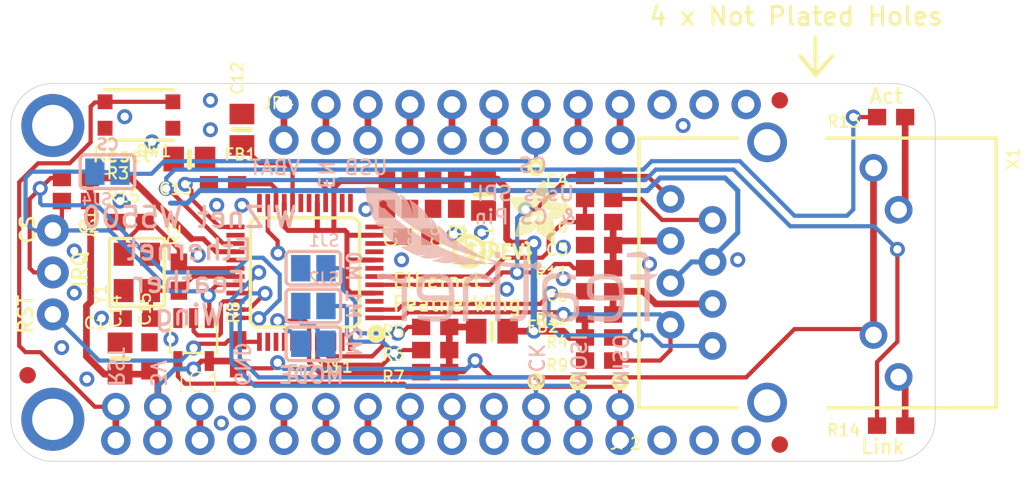
<source format=kicad_pcb>
(kicad_pcb (version 20241229) (generator "pcbnew") (generator_version "9.0")
  (layers (0 "F.Cu" signal) (2 "B.Cu" signal) (13 "F.Paste" user) (15 "B.Paste" user) (5 "F.SilkS" user "F.Silkscreen") (7 "B.SilkS" user "B.Silkscreen") (1 "F.Mask" user) (3 "B.Mask" user) (25 "Edge.Cuts" user))
  (net 0 "")
  (net 1 "N$1")
  (net 2 "GND")
  (net 3 "N$2")
  (net 4 "N$3")
  (net 5 "AGND")
  (net 6 "CS")
  (net 7 "IRQ")
  (net 8 "MOSI")
  (net 9 "MISO")
  (net 10 "SCK")
  (net 11 "3.3V")
  (net 12 "N$4")
  (net 13 "N$5")
  (net 14 "N$6")
  (net 15 "RESET")
  (net 16 "AVDD")
  (net 17 "TX-")
  (net 18 "TX+")
  (net 19 "RX-")
  (net 20 "RX+")
  (net 21 "N$7")
  (net 22 "N$8")
  (net 23 "N$9")
  (net 24 "N$10")
  (net 25 "N$11")
  (net 26 "N$12")
  (net 27 "MISO_MCU")
  (net 28 "GREENLED")
  (net 29 "YELLOWLED")
  (net 30 "N$13")
  (net 31 "N$14")
  (net 32 "VBAT")
  (net 33 "N$15")
  (net 34 "USB")
  (net 35 "N$16")
  (net 36 "N$17")
  (net 37 "N$18")
  (net 38 "N$19")
  (net 39 "N$20")
  (net 40 "N$21")
  (net 41 "N$28")
  (net 42 "N$29")
  (net 43 "N$30")
  (net 44 "N$31")
  (net 45 "N$32")
  (net 46 "N$33")
  (net 47 "N$34")
  (net 48 "N$22")
  (footprint "Adafruit Ethernet FeatherWing:0603-NO" (layer "F.Cu") (at 134.3025 109.9566 90)
    (property "Reference" "R8")
    (property "Value" "10K")
  )
  (footprint "Adafruit Ethernet FeatherWing:1X13_ROUND_70" (layer "F.Cu") (at 142.1511 113.1316 180)
    (property "Reference" "JP2")
    (property "Value" "")
  )
  (footprint "Adafruit Ethernet FeatherWing:PCBFEAT-REV-040" (layer "F.Cu") (at 148.2471 103.7336)
    (property "Reference" "U$45" (hide yes))
    (property "Value" "" (hide yes))
  )
  (footprint "Adafruit Ethernet FeatherWing:0603-NO" (layer "F.Cu") (at 145.0721 102.8446)
    (property "Reference" "R1")
    (property "Value" "12.4K")
  )
  (footprint "Adafruit Ethernet FeatherWing:FIDUCIAL_1MM" (layer "F.Cu") (at 121.5771 111.2266)
    (property "Reference" "FID2" (hide yes))
    (property "Value" "FIDUCIAL\"\"" (hide yes))
  )
  (footprint "Adafruit Ethernet FeatherWing:FIDUCIAL_1MM" (layer "F.Cu") (at 167.0431 115.4176)
    (property "Reference" "FID1" (hide yes))
    (property "Value" "FIDUCIAL\"\"" (hide yes))
  )
  (footprint "Adafruit Ethernet FeatherWing:BTN_KMR2_4.6X2.8" (layer "F.Cu") (at 128.3081 95.4786 180)
    (property "Reference" "SW1")
    (property "Value" "KMR2")
  )
  (footprint "Adafruit Ethernet FeatherWing:0603-NO" (layer "F.Cu") (at 124.4981 100.6856)
    (property "Reference" "R15")
    (property "Value" "10K")
  )
  (footprint "Adafruit Ethernet FeatherWing:0603-NO" (layer "F.Cu") (at 128.9431 110.0836 90)
    (property "Reference" "C15")
    (property "Value" "0.1uF")
  )
  (footprint "Adafruit Ethernet FeatherWing:0603-NO" (layer "F.Cu") (at 156.1211 108.9406 180)
    (property "Reference" "R4")
    (property "Value" "49.9")
  )
  (footprint "Adafruit Ethernet FeatherWing:RJ45_PULSEJACK" (layer "F.Cu") (at 169.3291 105.0036 -90)
    (property "Reference" "X1")
    (property "Value" "RB1-125BAG1A")
  )
  (footprint "Adafruit Ethernet FeatherWing:0603-NO" (layer "F.Cu") (at 156.1211 106.1466 180)
    (property "Reference" "C6")
    (property "Value" "10nF")
  )
  (footprint "Adafruit Ethernet FeatherWing:0603-NO" (layer "F.Cu") (at 124.4981 99.2886)
    (property "Reference" "R3")
    (property "Value" "10K")
  )
  (footprint "Adafruit Ethernet FeatherWing:0603-NO" (layer "F.Cu") (at 156.1211 110.3376 180)
    (property "Reference" "R9")
    (property "Value" "49.9")
  )
  (footprint "Adafruit Ethernet FeatherWing:0805-NO" (layer "F.Cu") (at 149.1361 100.3046 -90)
    (property "Reference" "C11")
    (property "Value" "10uF")
  )
  (footprint "Adafruit Ethernet FeatherWing:0603-NO" (layer "F.Cu") (at 156.1211 107.5436 180)
    (property "Reference" "R12")
    (property "Value" "10")
  )
  (footprint "Adafruit Ethernet FeatherWing:0603-NO" (layer "F.Cu") (at 130.7211 105.2576 90)
    (property "Reference" "R2")
    (property "Value" "1M")
  )
  (footprint "Adafruit Ethernet FeatherWing:0603-NO" (layer "F.Cu") (at 173.7741 95.6056 180)
    (property "Reference" "R13")
    (property "Value" "470")
  )
  (footprint "Adafruit Ethernet FeatherWing:SOT23-5L" (layer "F.Cu") (at 131.6101 109.0676 180)
    (property "Reference" "IC1")
    (property "Value" "74AHC1G125")
  )
  (footprint "Adafruit Ethernet FeatherWing:0603-NO" (layer "F.Cu") (at 147.4851 100.3046 -90)
    (property "Reference" "C10")
    (property "Value" "0.1uF")
  )
  (footprint "Adafruit Ethernet FeatherWing:1X09_ROUND_70" (layer "F.Cu") (at 147.2311 97.0026)
    (property "Reference" "JP4")
    (property "Value" "")
  )
  (footprint "Adafruit Ethernet FeatherWing:0603-NO" (layer "F.Cu") (at 143.2941 100.3046 -90)
    (property "Reference" "C7")
    (property "Value" "0.1uF")
  )
  (footprint "Adafruit Ethernet FeatherWing:0805-NO" (layer "F.Cu") (at 127.1651 110.2106 90)
    (property "Reference" "C14")
    (property "Value" "10uF")
  )
  (footprint "Adafruit Ethernet FeatherWing:0603-NO" (layer "F.Cu") (at 156.1211 100.5586 180)
    (property "Reference" "C3")
    (property "Value" "6.8nF")
  )
  (footprint "Adafruit Ethernet FeatherWing:0603-NO" (layer "F.Cu") (at 146.2151 109.7026 180)
    (property "Reference" "R6")
    (property "Value" "10K")
  )
  (footprint "Adafruit Ethernet FeatherWing:0603-NO" (layer "F.Cu") (at 127.8001 101.9556 180)
    (property "Reference" "C2")
    (property "Value" "22pF")
  )
  (footprint "Adafruit Ethernet FeatherWing:0603-NO" (layer "F.Cu") (at 133.3881 99.6696 180)
    (property "Reference" "C13")
    (property "Value" "0.1uF")
  )
  (footprint "Adafruit Ethernet FeatherWing:FIDUCIAL_1MM" (layer "F.Cu") (at 167.0431 94.5896)
    (property "Reference" "FID3" (hide yes))
    (property "Value" "FIDUCIAL\"\"" (hide yes))
  )
  (footprint "Adafruit Ethernet FeatherWing:0603-NO" (layer "F.Cu") (at 173.7741 114.2746 180)
    (property "Reference" "R14")
    (property "Value" "470")
  )
  (footprint "Adafruit Ethernet FeatherWing:0603-NO" (layer "F.Cu") (at 156.1211 99.1616 180)
    (property "Reference" "C4")
    (property "Value" "6.8nF")
  )
  (footprint "Adafruit Ethernet FeatherWing:0603-NO" (layer "F.Cu") (at 156.1211 104.7496 180)
    (property "Reference" "R11")
    (property "Value" "49.9")
  )
  (footprint "Adafruit Ethernet FeatherWing:0603-NO" (layer "F.Cu") (at 128.1811 107.7976 180)
    (property "Reference" "C1")
    (property "Value" "22pF")
  )
  (footprint "Adafruit Ethernet FeatherWing:LQFP48" (layer "F.Cu") (at 138.3411 105.0036 180)
    (property "Reference" "U$1")
    (property "Value" "W5500")
  )
  (footprint "Adafruit Ethernet FeatherWing:0603-NO" (layer "F.Cu") (at 146.2151 111.0361 180)
    (property "Reference" "R7")
    (property "Value" "10K")
  )
  (footprint "Adafruit Ethernet FeatherWing:0805-NO" (layer "F.Cu") (at 149.6441 108.5596)
    (property "Reference" "FB2")
    (property "Value" "ferrite")
  )
  (footprint "Adafruit Ethernet FeatherWing:0603-NO" (layer "F.Cu") (at 146.2151 108.3056 180)
    (property "Reference" "R5")
    (property "Value" "10K")
  )
  (footprint "Adafruit Ethernet FeatherWing:0603-NO" (layer "F.Cu") (at 156.1211 103.3526 180)
    (property "Reference" "C5")
    (property "Value" "10nF")
  )
  (footprint "Adafruit Ethernet FeatherWing:0603-NO" (layer "F.Cu") (at 144.6911 100.3046 -90)
    (property "Reference" "C8")
    (property "Value" "0.1uF")
  )
  (footprint "Adafruit Ethernet FeatherWing:0603-NO" (layer "F.Cu") (at 146.0881 100.3046 -90)
    (property "Reference" "C9")
    (property "Value" "0.1uF")
  )
  (footprint "Adafruit Ethernet FeatherWing:ADAFRUIT_3.5MM" (layer "F.Cu") (at 150.6601 103.2256)
    (property "Reference" "U$49" (hide yes))
    (property "Value" "" (hide yes))
  )
  (footprint "Adafruit Ethernet FeatherWing:0805-NO" (layer "F.Cu") (at 131.3561 98.1456)
    (property "Reference" "FB1")
    (property "Value" "ferrite")
  )
  (footprint "Adafruit Ethernet FeatherWing:0603-NO" (layer "F.Cu") (at 156.1211 101.9556 180)
    (property "Reference" "R10")
    (property "Value" "49.9")
  )
  (footprint "Adafruit Ethernet FeatherWing:1X03_ROUND_76" (layer "F.Cu") (at 123.1011 105.0036 -90)
    (property "Reference" "JP1")
    (property "Value" "")
  )
  (footprint "Adafruit Ethernet FeatherWing:0805-NO" (layer "F.Cu") (at 134.5311 96.3676 90)
    (property "Reference" "C12")
    (property "Value" "10uF")
  )
  (footprint "Adafruit Ethernet FeatherWing:CRYSTAL_3.2X2.5" (layer "F.Cu") (at 128.1811 105.0036 90)
    (property "Reference" "Y1")
    (property "Value" "25MHz")
  )
  (footprint "Adafruit Ethernet FeatherWing:FEATHERWING_NODIM" (layer "F.Cu") (at 120.5611 116.4336)
    (property "Reference" "MS1" (hide yes))
    (property "Value" "FEATHERWING_NODIM" (hide yes))
  )
  (footprint "Adafruit Ethernet FeatherWing:SOLDERJUMPER_REFLOW_NOPASTE" (layer "B.Cu") (at 138.8491 104.7496 180)
    (property "Reference" "SJ1")
    (property "Value" "")
  )
  (footprint "Adafruit Ethernet FeatherWing:FEATHERLOGO_MED" (layer "B.Cu") (at 159.8041 108.0516 180)
    (property "Reference" "U$48" (hide yes))
    (property "Value" "" (hide yes))
  )
  (footprint "Adafruit Ethernet FeatherWing:SOLDERJUMPER_REFLOW_NOPASTE" (layer "B.Cu") (at 138.8491 107.0356 180)
    (property "Reference" "SJ2")
    (property "Value" "")
  )
  (footprint "Adafruit Ethernet FeatherWing:SOLDERJUMPER_REFLOW_NOPASTE" (layer "B.Cu") (at 138.8491 109.3216)
    (property "Reference" "SJ3")
    (property "Value" "")
  )
  (footprint "Adafruit Ethernet FeatherWing:SOLDERJUMPER_CLOSEDWIRE" (layer "B.Cu") (at 126.4031 98.9076)
    (property "Reference" "SJ4")
    (property "Value" "")
  )
  (gr_line (start 169.2021 90.7796) (end 169.2021 92.9386) (stroke (width 0.254)) (layer "F.SilkS"))
  (gr_circle (center 152.3111 98.6536) (end 152.6921 98.6536) (stroke (width 0.3048)) (fill no) (layer "F.SilkS"))
  (gr_circle (center 152.3111 111.6076) (end 152.6921 111.6076) (stroke (width 0.3048)) (fill no) (layer "F.SilkS"))
  (gr_circle (center 157.3911 111.6076) (end 157.7721 111.6076) (stroke (width 0.3048)) (fill no) (layer "F.SilkS"))
  (gr_line (start 169.2021 93.0656) (end 168.3131 91.9226) (stroke (width 0.254)) (layer "F.SilkS"))
  (gr_circle (center 154.8511 111.6076) (end 155.2321 111.6076) (stroke (width 0.3048)) (fill no) (layer "F.SilkS"))
  (gr_line (start 169.2021 93.0656) (end 170.2181 91.9226) (stroke (width 0.254)) (layer "F.SilkS"))
  (gr_line (start 176.4411 113.8936) (end 176.4411 96.1136) (stroke (width 0.05)) (layer "Edge.Cuts"))
  (gr_arc (start 123.1011 116.4336) (mid 121.305049 115.689651) (end 120.5611 113.8936) (stroke (width 0.05)) (layer "Edge.Cuts"))
  (gr_line (start 120.5611 96.1136) (end 120.5611 113.8936) (stroke (width 0.05)) (layer "Edge.Cuts"))
  (gr_arc (start 176.4411 113.8936) (mid 175.697151 115.689651) (end 173.9011 116.4336) (stroke (width 0.05)) (layer "Edge.Cuts"))
  (gr_line (start 173.9011 93.5736) (end 123.1011 93.5736) (stroke (width 0.05)) (layer "Edge.Cuts"))
  (gr_arc (start 120.5611 96.1136) (mid 121.305049 94.317549) (end 123.1011 93.5736) (stroke (width 0.05)) (layer "Edge.Cuts"))
  (gr_line (start 123.1011 116.4336) (end 173.9011 116.4336) (stroke (width 0.05)) (layer "Edge.Cuts"))
  (gr_arc (start 173.9011 93.5736) (mid 175.697151 94.317549) (end 176.4411 96.1136) (stroke (width 0.05)) (layer "Edge.Cuts"))
  (gr_text "4 x Not Plated Holes" (at 159.0421 90.1446 0) (layer "F.SilkS") (effects (font (size 1.0922 1.0922) (thickness 0.1778)) (justify left bottom)))
  (gr_text "Link" (at 171.8691 116.0526 0) (layer "F.SilkS") (effects (font (size 0.87376 0.87376) (thickness 0.14224)) (justify left bottom)))
  (gr_text "Reset" (at 125.3871 97.8916 0) (layer "F.SilkS") (effects (font (size 0.8636 0.8636) (thickness 0.1524)) (justify left)))
  (gr_text "Ethernet\nFeatherWing" (at 143.5481 107.4166 0) (layer "F.SilkS") (effects (font (size 0.8636 0.8636) (thickness 0.1524)) (justify left bottom)))
  (gr_text "IRQ" (at 124.7521 106.0196 90) (layer "F.SilkS") (effects (font (size 0.8636 0.8636) (thickness 0.1524)) (justify left)))
  (gr_text "CS" (at 121.5771 103.3526 90) (layer "F.SilkS") (effects (font (size 0.8636 0.8636) (thickness 0.1524)) (justify left)))
  (gr_text "Act" (at 172.3771 94.8436 0) (layer "F.SilkS") (effects (font (size 0.87376 0.87376) (thickness 0.14224)) (justify left bottom)))
  (gr_text "RST" (at 121.4501 108.8136 90) (layer "F.SilkS") (effects (font (size 0.8636 0.8636) (thickness 0.1524)) (justify left)))
  (gr_text "M1" (at 141.2621 106.9086 -90) (layer "B.SilkS") (effects (font (size 0.85344 0.85344) (thickness 0.16256)) (justify mirror)))
  (gr_text "CS" (at 127.1651 97.2566 -0) (layer "B.SilkS") (effects (font (size 0.674624 0.674624) (thickness 0.138176)) (justify left mirror)))
  (gr_text "USB" (at 140.6271 98.6536 0) (layer "B.SilkS") (effects (font (size 0.87376 0.87376) (thickness 0.14224)) (justify right mirror)))
  (gr_text "RST" (at 126.9111 111.9886 -90) (layer "B.SilkS") (effects (font (size 0.87376 0.87376) (thickness 0.14224)) (justify left mirror)))
  (gr_text "MOSI" (at 154.8511 111.9886 -90) (layer "B.SilkS") (effects (font (size 0.87376 0.87376) (thickness 0.14224)) (justify left mirror)))
  (gr_text "GND" (at 134.5311 111.9886 -90) (layer "B.SilkS") (effects (font (size 0.87376 0.87376) (thickness 0.14224)) (justify left mirror)))
  (gr_text "Uses SPI\n& CS Pin" (at 151.6761 100.9396 -0) (layer "B.SilkS") (effects (font (size 0.87376 0.87376) (thickness 0.14224)) (justify mirror)))
  (gr_text "WIZnet W5500\nEthernet\nFeather\nWing" (at 131.3561 104.6226 -0) (layer "B.SilkS") (effects (font (size 1.223264 1.223264) (thickness 0.199136)) (justify mirror)))
  (gr_text "VBAT" (at 134.9121 98.6536 0) (layer "B.SilkS") (effects (font (size 0.87376 0.87376) (thickness 0.14224)) (justify right mirror)))
  (gr_text "3V" (at 129.4511 111.9886 -90) (layer "B.SilkS") (effects (font (size 0.87376 0.87376) (thickness 0.14224)) (justify left mirror)))
  (gr_text "EN" (at 139.6111 98.1456 -90) (layer "B.SilkS") (effects (font (size 0.87376 0.87376) (thickness 0.14224)) (justify right mirror)))
  (gr_text "MISO" (at 157.3911 111.9886 -90) (layer "B.SilkS") (effects (font (size 0.87376 0.87376) (thickness 0.14224)) (justify left mirror)))
  (gr_text "MODE" (at 138.7221 111.2266 0) (layer "B.SilkS") (effects (font (size 0.96012 0.96012) (thickness 0.18288)) (justify mirror)))
  (gr_text "M0" (at 141.2621 104.6226 -90) (layer "B.SilkS") (effects (font (size 0.85344 0.85344) (thickness 0.16256)) (justify mirror)))
  (gr_text "CS" (at 151.1681 98.5266 0) (layer "B.SilkS") (effects (font (size 0.87376 0.87376) (thickness 0.14224)) (justify right mirror)))
  (gr_text "SCK" (at 152.3111 111.9886 -90) (layer "B.SilkS") (effects (font (size 0.87376 0.87376) (thickness 0.14224)) (justify left mirror)))
  (gr_text "M2" (at 141.2621 109.1946 -90) (layer "B.SilkS") (effects (font (size 0.85344 0.85344) (thickness 0.16256)) (justify mirror)))
  (segment (start 128.9811 106.2356) (end 129.1091 106.1076) (width 0.254) (layer "F.Cu") (net 1))
  (segment (start 129.0311 107.7976) (end 129.0311 106.1536) (width 0.254) (layer "F.Cu") (net 1))
  (segment (start 129.0311 106.1536) (end 128.9811 106.1036) (width 0.254) (layer "F.Cu") (net 1))
  (segment (start 128.9811 106.1036) (end 128.9811 106.2356) (width 0.254) (layer "F.Cu") (net 1))
  (segment (start 130.7211 106.1076) (end 129.1091 106.1076) (width 0.254) (layer "F.Cu") (net 1))
  (segment (start 134.1411 105.2536) (end 131.5751 105.2536) (width 0.254) (layer "F.Cu") (net 1))
  (segment (start 131.5751 105.2536) (end 130.7211 106.1076) (width 0.254) (layer "F.Cu") (net 1))
  (segment (start 136.0911 100.8036) (end 136.0911 102.4996) (width 0.254) (layer "F.Cu") (net 2))
  (segment (start 136.0911 102.4996) (end 136.6901 103.0986) (width 0.254) (layer "F.Cu") (net 2))
  (segment (start 136.6901 103.0986) (end 136.6901 103.8098) (width 0.254) (layer "F.Cu") (net 2))
  (segment (start 136.6901 103.8098) (end 136.7155 103.8352) (width 0.254) (layer "F.Cu") (net 2))
  (via (at 133.2865 114.1222) (size 0.9064) (drill 0.5) (layers "F.Cu" "B.Cu") (net 2))
  (via (at 129.0955 97.1042) (size 0.9064) (drill 0.5) (layers "F.Cu" "B.Cu") (net 2))
  (via (at 130.2385 109.0422) (size 0.9064) (drill 0.5) (layers "F.Cu" "B.Cu") (net 2))
  (via (at 125.1585 111.4552) (size 0.9064) (drill 0.5) (layers "F.Cu" "B.Cu") (net 2))
  (via (at 127.4445 95.5802) (size 0.9064) (drill 0.5) (layers "F.Cu" "B.Cu") (net 2))
  (via (at 123.6345 109.5502) (size 0.9064) (drill 0.5) (layers "F.Cu" "B.Cu") (net 2))
  (via (at 136.7155 103.8352) (size 0.9064) (drill 0.5) (layers "F.Cu" "B.Cu") (net 2))
  (via (at 131.8895 103.9622) (size 0.9064) (drill 0.5) (layers "F.Cu" "B.Cu") (net 2))
  (via (at 127.1651 100.6856) (size 0.9064) (drill 0.5) (layers "F.Cu" "B.Cu") (net 2))
  (via (at 124.3965 103.7082) (size 0.9064) (drill 0.5) (layers "F.Cu" "B.Cu") (net 2))
  (via (at 126.0475 107.7722) (size 0.9064) (drill 0.5) (layers "F.Cu" "B.Cu") (net 2))
  (via (at 124.3965 106.2482) (size 0.9064) (drill 0.5) (layers "F.Cu" "B.Cu") (net 2))
  (segment (start 139.1031 108.4326) (end 139.1031 108.8136) (width 0.254) (layer "B.Cu") (net 2))
  (segment (start 162.9791 104.3686) (end 161.7091 104.3686) (width 0.3048) (layer "B.Cu") (net 2))
  (segment (start 161.7091 104.3686) (end 160.4391 105.6386) (width 0.3048) (layer "B.Cu") (net 2))
  (segment (start 162.9791 104.1146) (end 164.5031 102.5906) (width 0.3048) (layer "B.Cu") (net 2))
  (segment (start 138.8491 108.1786) (end 139.1031 108.4326) (width 0.254) (layer "B.Cu") (net 2))
  (segment (start 163.7411 99.2886) (end 159.8041 99.2886) (width 0.3048) (layer "B.Cu") (net 2))
  (segment (start 138.8491 108.1786) (end 138.2141 108.1786) (width 0.254) (layer "B.Cu") (net 2))
  (segment (start 164.5031 100.0506) (end 163.7411 99.2886) (width 0.3048) (layer "B.Cu") (net 2))
  (segment (start 162.9791 104.3686) (end 162.9791 104.1146) (width 0.3048) (layer "B.Cu") (net 2))
  (segment (start 131.2291 100.8126) (end 130.2131 100.8126) (width 0.3048) (layer "B.Cu") (net 2))
  (segment (start 138.0871 108.0516) (end 138.0871 107.0356) (width 0.254) (layer "B.Cu") (net 2))
  (segment (start 131.9911 100.0506) (end 131.2291 100.8126) (width 0.3048) (layer "B.Cu") (net 2))
  (segment (start 138.2141 108.1786) (end 138.0871 108.0516) (width 0.254) (layer "B.Cu") (net 2))
  (segment (start 139.6111 109.3216) (end 139.6111 109.0676) (width 0.254) (layer "B.Cu") (net 2))
  (segment (start 127.5461 100.9396) (end 127.6731 100.8126) (width 0.3048) (layer "B.Cu") (net 2))
  (segment (start 139.1031 108.8136) (end 139.6111 109.3216) (width 0.254) (layer "B.Cu") (net 2))
  (segment (start 159.0421 100.0506) (end 131.9911 100.0506) (width 0.3048) (layer "B.Cu") (net 2))
  (segment (start 159.8041 99.2886) (end 159.0421 100.0506) (width 0.3048) (layer "B.Cu") (net 2))
  (segment (start 164.5031 102.5906) (end 164.5031 100.0506) (width 0.3048) (layer "B.Cu") (net 2))
  (segment (start 129.0701 101.9556) (end 128.6501 101.9556) (width 0.254) (layer "F.Cu") (net 3))
  (segment (start 131.0671 104.7536) (end 130.7211 104.4076) (width 0.254) (layer "F.Cu") (net 3))
  (segment (start 127.3811 103.0096) (end 127.5461 102.8446) (width 0.254) (layer "F.Cu") (net 3))
  (segment (start 130.7211 103.6066) (end 129.0701 101.9556) (width 0.254) (layer "F.Cu") (net 3))
  (segment (start 127.7611 102.8446) (end 128.6501 101.9556) (width 0.254) (layer "F.Cu") (net 3))
  (segment (start 127.3811 103.9036) (end 127.3811 103.0096) (width 0.254) (layer "F.Cu") (net 3))
  (segment (start 127.5461 102.8446) (end 127.7611 102.8446) (width 0.254) (layer "F.Cu") (net 3))
  (segment (start 134.1411 104.7536) (end 131.0671 104.7536) (width 0.254) (layer "F.Cu") (net 3))
  (segment (start 130.7211 104.4076) (end 130.7211 103.6066) (width 0.254) (layer "F.Cu") (net 3))
  (segment (start 142.5411 103.2536) (end 143.8131 103.2536) (width 0.254) (layer "F.Cu") (net 4))
  (segment (start 143.8131 103.2536) (end 144.2221 102.8446) (width 0.254) (layer "F.Cu") (net 4))
  (segment (start 139.5911 100.8036) (end 139.5911 99.9036) (width 0.254) (layer "F.Cu") (net 5))
  (segment (start 139.5911 99.9036) (end 139.2301 99.5426) (width 0.254) (layer "F.Cu") (net 5))
  (via (at 147.3581 102.7176) (size 0.9064) (drill 0.5) (layers "F.Cu" "B.Cu") (net 5))
  (via (at 132.6261 96.3676) (size 0.9064) (drill 0.5) (layers "F.Cu" "B.Cu") (net 5))
  (via (at 161.2011 96.1136) (size 0.9064) (drill 0.5) (layers "F.Cu" "B.Cu") (net 5))
  (via (at 144.1831 104.2416) (size 0.9064) (drill 0.5) (layers "F.Cu" "B.Cu") (net 5))
  (via (at 153.9621 105.3846) (size 0.9064) (drill 0.5) (layers "F.Cu" "B.Cu") (net 5))
  (via (at 132.6261 94.5896) (size 0.9064) (drill 0.5) (layers "F.Cu" "B.Cu") (net 5))
  (via (at 134.5311 100.9396) (size 0.9064) (drill 0.5) (layers "F.Cu" "B.Cu") (net 5))
  (via (at 159.1691 104.4956) (size 0.9064) (drill 0.5) (layers "F.Cu" "B.Cu") (net 5))
  (via (at 149.0091 102.5906) (size 0.9064) (drill 0.5) (layers "F.Cu" "B.Cu") (net 5))
  (via (at 133.0071 100.9396) (size 0.9064) (drill 0.5) (layers "F.Cu" "B.Cu") (net 5))
  (via (at 150.5331 106.0196) (size 0.9064) (drill 0.5) (layers "F.Cu" "B.Cu") (net 5))
  (via (at 153.9621 103.4796) (size 0.9064) (drill 0.5) (layers "F.Cu" "B.Cu") (net 5))
  (via (at 142.0241 101.1936) (size 0.9064) (drill 0.5) (layers "F.Cu" "B.Cu") (net 5))
  (via (at 164.5031 104.2416) (size 0.9064) (drill 0.5) (layers "F.Cu" "B.Cu") (net 5))
  (segment (start 134.1411 105.7536) (end 133.0191 105.7536) (width 0.254) (layer "F.Cu") (net 6))
  (segment (start 123.6481 101.9166) (end 123.1011 102.4636) (width 0.254) (layer "F.Cu") (net 6))
  (segment (start 132.4991 106.2736) (end 132.4991 106.4006) (width 0.254) (layer "F.Cu") (net 6))
  (segment (start 123.6481 100.6856) (end 123.6481 101.9166) (width 0.254) (layer "F.Cu") (net 6))
  (segment (start 132.5601 106.4616) (end 132.4991 106.4006) (width 0.254) (layer "F.Cu") (net 6))
  (segment (start 133.0191 105.7536) (end 132.4991 106.2736) (width 0.254) (layer "F.Cu") (net 6))
  (segment (start 132.5601 107.7676) (end 132.5601 106.4616) (width 0.254) (layer "F.Cu") (net 6))
  (via (at 132.4991 106.4006) (size 0.9064) (drill 0.5) (layers "F.Cu" "B.Cu") (net 6))
  (segment (start 121.9581 102.4636) (end 123.1011 102.4636) (width 0.254) (layer "B.Cu") (net 6))
  (segment (start 121.4501 101.9556) (end 121.9581 102.4636) (width 0.254) (layer "B.Cu") (net 6))
  (segment (start 126.5301 102.4636) (end 130.2131 106.1466) (width 0.254) (layer "B.Cu") (net 6))
  (segment (start 125.6411 98.9076) (end 121.8311 98.9076) (width 0.254) (layer "B.Cu") (net 6))
  (segment (start 132.2451 106.1466) (end 132.4991 106.4006) (width 0.254) (layer "B.Cu") (net 6))
  (segment (start 130.2131 106.1466) (end 132.2451 106.1466) (width 0.254) (layer "B.Cu") (net 6))
  (segment (start 121.4501 99.2886) (end 121.4501 101.9556) (width 0.254) (layer "B.Cu") (net 6))
  (segment (start 123.1011 102.4636) (end 126.5301 102.4636) (width 0.254) (layer "B.Cu") (net 6))
  (segment (start 121.8311 98.9076) (end 121.4501 99.2886) (width 0.254) (layer "B.Cu") (net 6))
  (segment (start 135.5031 107.7536) (end 135.5471 107.7976) (width 0.254) (layer "F.Cu") (net 7))
  (segment (start 121.7041 104.7496) (end 121.7041 100.5586) (width 0.254) (layer "F.Cu") (net 7))
  (segment (start 134.1411 107.7536) (end 135.5031 107.7536) (width 0.254) (layer "F.Cu") (net 7))
  (segment (start 122.3391 99.9236) (end 122.5931 99.6696) (width 0.254) (layer "F.Cu") (net 7))
  (segment (start 123.1011 105.0036) (end 121.9581 105.0036) (width 0.254) (layer "F.Cu") (net 7))
  (segment (start 122.9741 99.2886) (end 122.3391 99.9236) (width 0.254) (layer "F.Cu") (net 7))
  (segment (start 121.9581 105.0036) (end 121.7041 104.7496) (width 0.254) (layer "F.Cu") (net 7))
  (segment (start 121.7041 100.5586) (end 122.3391 99.9236) (width 0.254) (layer "F.Cu") (net 7))
  (segment (start 123.6481 99.2886) (end 122.9741 99.2886) (width 0.254) (layer "F.Cu") (net 7))
  (via (at 122.3391 99.9236) (size 0.9064) (drill 0.5) (layers "F.Cu" "B.Cu") (net 7))
  (via (at 135.5471 107.7976) (size 0.9064) (drill 0.5) (layers "F.Cu" "B.Cu") (net 7))
  (segment (start 136.8171 106.6546) (end 136.8171 105.1306) (width 0.254) (layer "B.Cu") (net 7))
  (segment (start 134.9121 104.1146) (end 134.0231 105.0036) (width 0.254) (layer "B.Cu") (net 7))
  (segment (start 135.5471 107.7976) (end 135.6741 107.7976) (width 0.254) (layer "B.Cu") (net 7))
  (segment (start 125.7681 100.9396) (end 122.4661 100.9396) (width 0.254) (layer "B.Cu") (net 7))
  (segment (start 122.3391 100.8126) (end 122.3391 99.9236) (width 0.254) (layer "B.Cu") (net 7))
  (segment (start 136.8171 105.1306) (end 135.8011 104.1146) (width 0.254) (layer "B.Cu") (net 7))
  (segment (start 135.6741 107.7976) (end 136.8171 106.6546) (width 0.254) (layer "B.Cu") (net 7))
  (segment (start 135.8011 104.1146) (end 134.9121 104.1146) (width 0.254) (layer "B.Cu") (net 7))
  (segment (start 122.4661 100.9396) (end 122.3391 100.8126) (width 0.254) (layer "B.Cu") (net 7))
  (segment (start 129.8321 105.0036) (end 125.7681 100.9396) (width 0.254) (layer "B.Cu") (net 7))
  (segment (start 134.0231 105.0036) (end 129.8321 105.0036) (width 0.254) (layer "B.Cu") (net 7))
  (segment (start 154.8511 115.1636) (end 154.8511 113.1316) (width 0.4064) (layer "F.Cu") (net 8))
  (segment (start 134.1411 107.2536) (end 134.9481 107.2536) (width 0.254) (layer "F.Cu") (net 8))
  (segment (start 135.2931 106.9086) (end 135.9281 106.2736) (width 0.254) (layer "F.Cu") (net 8))
  (segment (start 134.9481 107.2536) (end 135.2931 106.9086) (width 0.254) (layer "F.Cu") (net 8))
  (via (at 135.9281 106.2736) (size 0.9064) (drill 0.5) (layers "F.Cu" "B.Cu") (net 8))
  (segment (start 154.8511 112.1156) (end 154.5971 111.8616) (width 0.254) (layer "B.Cu") (net 8))
  (segment (start 134.4041 106.9086) (end 134.6581 106.6546) (width 0.254) (layer "B.Cu") (net 8))
  (segment (start 152.8191 111.8616) (end 152.3111 111.3536) (width 0.254) (layer "B.Cu") (net 8))
  (segment (start 135.0391 110.8456) (end 135.5471 111.3536) (width 0.254) (layer "B.Cu") (net 8))
  (segment (start 135.5471 111.3536) (end 137.9601 111.3536) (width 0.254) (layer "B.Cu") (net 8))
  (segment (start 154.8511 113.1316) (end 154.8511 112.1156) (width 0.254) (layer "B.Cu") (net 8))
  (segment (start 152.3111 111.3536) (end 137.9601 111.3536) (width 0.254) (layer "B.Cu") (net 8))
  (segment (start 154.5971 111.8616) (end 152.8191 111.8616) (width 0.254) (layer "B.Cu") (net 8))
  (segment (start 134.4041 110.2106) (end 134.4041 106.9086) (width 0.254) (layer "B.Cu") (net 8))
  (segment (start 134.4041 106.9086) (end 135.0391 106.2736) (width 0.254) (layer "B.Cu") (net 8))
  (segment (start 135.0391 106.2736) (end 135.9281 106.2736) (width 0.254) (layer "B.Cu") (net 8))
  (segment (start 135.0391 110.8456) (end 134.4041 110.2106) (width 0.254) (layer "B.Cu") (net 8))
  (segment (start 133.1341 108.8136) (end 131.8641 108.8136) (width 0.254) (layer "F.Cu") (net 9))
  (segment (start 133.4161 106.7536) (end 133.2611 106.9086) (width 0.254) (layer "F.Cu") (net 9))
  (segment (start 133.2611 108.6866) (end 133.1341 108.8136) (width 0.254) (layer "F.Cu") (net 9))
  (segment (start 131.8641 108.8136) (end 131.6101 108.5596) (width 0.254) (layer "F.Cu") (net 9))
  (segment (start 134.1411 106.7536) (end 133.4161 106.7536) (width 0.254) (layer "F.Cu") (net 9))
  (segment (start 133.2611 106.9086) (end 133.2611 108.6866) (width 0.254) (layer "F.Cu") (net 9))
  (segment (start 131.6101 108.5596) (end 131.6101 107.7676) (width 0.254) (layer "F.Cu") (net 9))
  (segment (start 152.3111 115.1636) (end 152.3111 113.1316) (width 0.4064) (layer "F.Cu") (net 10))
  (segment (start 134.9321 106.2536) (end 135.0391 106.1466) (width 0.254) (layer "F.Cu") (net 10))
  (segment (start 135.0391 106.1466) (end 135.0391 105.5116) (width 0.254) (layer "F.Cu") (net 10))
  (segment (start 134.1411 106.2536) (end 134.9321 106.2536) (width 0.254) (layer "F.Cu") (net 10))
  (segment (start 135.0391 105.5116) (end 135.5471 105.0036) (width 0.254) (layer "F.Cu") (net 10))
  (via (at 135.5471 105.0036) (size 0.9064) (drill 0.5) (layers "F.Cu" "B.Cu") (net 10))
  (segment (start 152.3111 113.1316) (end 152.3111 112.1156) (width 0.254) (layer "B.Cu") (net 10))
  (segment (start 134.5311 111.0996) (end 133.8961 110.4646) (width 0.254) (layer "B.Cu") (net 10))
  (segment (start 152.0571 111.8616) (end 137.9601 111.8616) (width 0.254) (layer "B.Cu") (net 10))
  (segment (start 133.8961 106.6546) (end 135.5471 105.0036) (width 0.254) (layer "B.Cu") (net 10))
  (segment (start 135.2931 111.8616) (end 137.9601 111.8616) (width 0.254) (layer "B.Cu") (net 10))
  (segment (start 134.5311 111.0996) (end 135.2931 111.8616) (width 0.254) (layer "B.Cu") (net 10))
  (segment (start 133.8961 110.4646) (end 133.8961 106.6546) (width 0.254) (layer "B.Cu") (net 10))
  (segment (start 152.3111 112.1156) (end 152.0571 111.8616) (width 0.254) (layer "B.Cu") (net 10))
  (segment (start 147.0651 111.0361) (end 147.0651 109.7026) (width 0.4064) (layer "F.Cu") (net 11))
  (segment (start 126.2101 111.1606) (end 127.1651 111.1606) (width 0.4064) (layer "F.Cu") (net 11))
  (segment (start 132.9763 103.7536) (end 132.1943 102.9716) (width 0.3048) (layer "F.Cu") (net 11))
  (segment (start 132.5601 110.3676) (end 133.8635 110.3676) (width 0.4064) (layer "F.Cu") (net 11))
  (segment (start 133.8635 110.3676) (end 134.3025 110.8066) (width 0.4064) (layer "F.Cu") (net 11))
  (segment (start 134.3025 110.8066) (end 136.3481 110.8066) (width 0.254) (layer "F.Cu") (net 11))
  (segment (start 149.6441 111.3536) (end 148.6281 110.3376) (width 0.254) (layer "F.Cu") (net 11))
  (segment (start 129.4511 115.1636) (end 129.4511 113.1316) (width 0.4064) (layer "F.Cu") (net 11))
  (segment (start 149.6441 111.3536) (end 165.0111 111.3536) (width 0.254) (layer "F.Cu") (net 11))
  (segment (start 132.1943 102.9716) (end 131.4831 102.9716) (width 0.3048) (layer "F.Cu") (net 11))
  (segment (start 125.3871 100.7246) (end 125.3481 100.6856) (width 0.4064) (layer "F.Cu") (net 11))
  (segment (start 125.3481 100.6856) (end 125.3481 99.2886) (width 0.4064) (layer "F.Cu") (net 11))
  (segment (start 147.0651 108.3056) (end 148.4401 108.3056) (width 0.4064) (layer "F.Cu") (net 11))
  (segment (start 172.7091 98.6786) (end 172.7091 108.7886) (width 0.4064) (layer "F.Cu") (net 11))
  (segment (start 147.0651 109.7026) (end 147.0651 108.3056) (width 0.4064) (layer "F.Cu") (net 11))
  (segment (start 165.0111 111.3536) (end 167.9321 108.4326) (width 0.254) (layer "F.Cu") (net 11))
  (segment (start 126.2101 111.1606) (end 125.1331 110.0836) (width 0.4064) (layer "F.Cu") (net 11))
  (segment (start 136.3481 110.8066) (end 136.6901 110.4646) (width 0.254) (layer "F.Cu") (net 11))
  (segment (start 128.9431 110.9336) (end 128.7161 111.1606) (width 0.4064) (layer "F.Cu") (net 11))
  (segment (start 167.9321 108.4326) (end 172.3531 108.4326) (width 0.254) (layer "F.Cu") (net 11))
  (segment (start 125.3871 106.7816) (end 125.3871 100.7246) (width 0.4064) (layer "F.Cu") (net 11))
  (segment (start 147.9296 111.0361) (end 148.6281 110.3376) (width 0.254) (layer "F.Cu") (net 11))
  (segment (start 129.4511 111.4416) (end 128.9431 110.9336) (width 0.4064) (layer "F.Cu") (net 11))
  (segment (start 127.8001 99.2886) (end 131.4831 102.9716) (width 0.4064) (layer "F.Cu") (net 11))
  (segment (start 148.4401 108.3056) (end 148.6941 108.5596) (width 0.4064) (layer "F.Cu") (net 11))
  (segment (start 134.1411 103.7536) (end 132.9763 103.7536) (width 0.3048) (layer "F.Cu") (net 11))
  (segment (start 125.1331 107.0356) (end 125.3871 106.7816) (width 0.4064) (layer "F.Cu") (net 11))
  (segment (start 172.3531 108.4326) (end 172.7091 108.7886) (width 0.254) (layer "F.Cu") (net 11))
  (segment (start 125.1331 110.0836) (end 125.1331 107.0356) (width 0.4064) (layer "F.Cu") (net 11))
  (segment (start 132.5601 110.3676) (end 132.0881 110.3676) (width 0.3048) (layer "F.Cu") (net 11))
  (segment (start 128.7161 111.1606) (end 127.1651 111.1606) (width 0.4064) (layer "F.Cu") (net 11))
  (segment (start 129.4511 113.1316) (end 129.4511 111.4416) (width 0.4064) (layer "F.Cu") (net 11))
  (segment (start 132.0881 110.3676) (end 131.6101 110.8456) (width 0.3048) (layer "F.Cu") (net 11))
  (segment (start 147.0651 111.0361) (end 147.9296 111.0361) (width 0.254) (layer "F.Cu") (net 11))
  (segment (start 127.8001 99.2886) (end 125.3481 99.2886) (width 0.4064) (layer "F.Cu") (net 11))
  (via (at 131.6101 110.8456) (size 0.9064) (drill 0.5) (layers "F.Cu" "B.Cu") (net 11))
  (via (at 148.6281 110.3376) (size 0.9064) (drill 0.5) (layers "F.Cu" "B.Cu") (net 11))
  (via (at 136.6901 110.4646) (size 0.9064) (drill 0.5) (layers "F.Cu" "B.Cu") (net 11))
  (segment (start 137.0711 110.8456) (end 148.1201 110.8456) (width 0.254) (layer "B.Cu") (net 11))
  (segment (start 148.1201 110.8456) (end 148.6281 110.3376) (width 0.254) (layer "B.Cu") (net 11))
  (segment (start 136.6901 110.4646) (end 137.0711 110.8456) (width 0.254) (layer "B.Cu") (net 11))
  (segment (start 129.4511 111.8616) (end 129.4511 113.1316) (width 0.3048) (layer "B.Cu") (net 11))
  (segment (start 131.6101 110.8456) (end 130.4671 110.8456) (width 0.3048) (layer "B.Cu") (net 11))
  (segment (start 130.4671 110.8456) (end 129.4511 111.8616) (width 0.3048) (layer "B.Cu") (net 11))
  (segment (start 142.2781 110.0836) (end 142.4051 110.0836) (width 0.254) (layer "F.Cu") (net 12))
  (segment (start 144.1831 108.6866) (end 144.5641 108.3056) (width 0.254) (layer "F.Cu") (net 12))
  (segment (start 139.7381 110.0836) (end 142.2781 110.0836) (width 0.254) (layer "F.Cu") (net 12))
  (segment (start 142.4051 110.0836) (end 143.0401 109.4486) (width 0.254) (layer "F.Cu") (net 12))
  (segment (start 143.0401 108.8136) (end 143.1671 108.6866) (width 0.254) (layer "F.Cu") (net 12))
  (segment (start 139.5911 109.9366) (end 139.7381 110.0836) (width 0.254) (layer "F.Cu") (net 12))
  (segment (start 143.9291 108.6866) (end 144.1831 108.6866) (width 0.254) (layer "F.Cu") (net 12))
  (segment (start 143.0401 109.4486) (end 143.0401 108.8136) (width 0.254) (layer "F.Cu") (net 12))
  (segment (start 143.1671 108.6866) (end 143.9291 108.6866) (width 0.254) (layer "F.Cu") (net 12))
  (segment (start 144.5641 108.3056) (end 145.3651 108.3056) (width 0.254) (layer "F.Cu") (net 12))
  (segment (start 139.5911 109.2036) (end 139.5911 109.9366) (width 0.254) (layer "F.Cu") (net 12))
  (via (at 143.9291 108.6866) (size 0.9064) (drill 0.5) (layers "F.Cu" "B.Cu") (net 12))
  (segment (start 140.5001 104.7496) (end 140.6271 104.8766) (width 0.254) (layer "B.Cu") (net 12))
  (segment (start 142.7861 108.6866) (end 143.9291 108.6866) (width 0.254) (layer "B.Cu") (net 12))
  (segment (start 141.6431 108.6866) (end 142.7861 108.6866) (width 0.254) (layer "B.Cu") (net 12))
  (segment (start 141.3891 108.4326) (end 141.6431 108.6866) (width 0.254) (layer "B.Cu") (net 12))
  (segment (start 141.3891 106.7816) (end 141.3891 108.4326) (width 0.254) (layer "B.Cu") (net 12))
  (segment (start 140.6271 106.0196) (end 141.3891 106.7816) (width 0.254) (layer "B.Cu") (net 12))
  (segment (start 139.6111 104.7496) (end 140.5001 104.7496) (width 0.254) (layer "B.Cu") (net 12))
  (segment (start 140.6271 104.8766) (end 140.6271 106.0196) (width 0.254) (layer "B.Cu") (net 12))
  (segment (start 139.0911 109.2036) (end 139.0911 110.1986) (width 0.254) (layer "F.Cu") (net 13))
  (segment (start 143.7386 109.8931) (end 143.9291 109.7026) (width 0.254) (layer "F.Cu") (net 13))
  (segment (start 139.4841 110.5916) (end 139.6111 110.5916) (width 0.254) (layer "F.Cu") (net 13))
  (segment (start 143.9291 109.7026) (end 145.3651 109.7026) (width 0.254) (layer "F.Cu") (net 13))
  (segment (start 139.0911 110.1986) (end 139.4841 110.5916) (width 0.254) (layer "F.Cu") (net 13))
  (segment (start 143.0401 110.5916) (end 143.7386 109.8931) (width 0.254) (layer "F.Cu") (net 13))
  (segment (start 139.6111 110.5916) (end 142.2781 110.5916) (width 0.254) (layer "F.Cu") (net 13))
  (segment (start 142.2781 110.5916) (end 143.0401 110.5916) (width 0.254) (layer "F.Cu") (net 13))
  (via (at 143.7386 109.8931) (size 0.9064) (drill 0.5) (layers "F.Cu" "B.Cu") (net 13))
  (segment (start 140.8811 108.8136) (end 141.2621 109.1946) (width 0.254) (layer "B.Cu") (net 13))
  (segment (start 140.8811 107.1626) (end 140.8811 108.8136) (width 0.254) (layer "B.Cu") (net 13))
  (segment (start 143.0401 109.1946) (end 143.7386 109.8931) (width 0.254) (layer "B.Cu") (net 13))
  (segment (start 139.6111 107.0356) (end 140.7541 107.0356) (width 0.254) (layer "B.Cu") (net 13))
  (segment (start 141.2621 109.1946) (end 143.0401 109.1946) (width 0.254) (layer "B.Cu") (net 13))
  (segment (start 140.7541 107.0356) (end 140.8811 107.1626) (width 0.254) (layer "B.Cu") (net 13))
  (segment (start 138.5911 110.4606) (end 139.1031 110.9726) (width 0.254) (layer "F.Cu") (net 14))
  (segment (start 139.1031 110.9726) (end 139.2301 111.0996) (width 0.254) (layer "F.Cu") (net 14))
  (segment (start 138.5911 109.2036) (end 138.5911 110.4606) (width 0.254) (layer "F.Cu") (net 14))
  (segment (start 139.2301 111.0996) (end 142.2781 111.0996) (width 0.254) (layer "F.Cu") (net 14))
  (segment (start 142.2781 111.0996) (end 145.3016 111.0996) (width 0.254) (layer "F.Cu") (net 14))
  (segment (start 138.5911 108.1746) (end 138.4681 108.0516) (width 0.254) (layer "F.Cu") (net 14))
  (segment (start 138.3411 107.9246) (end 138.4681 108.0516) (width 0.254) (layer "F.Cu") (net 14))
  (segment (start 138.5911 109.2036) (end 138.5911 108.1746) (width 0.254) (layer "F.Cu") (net 14))
  (segment (start 136.6901 107.9246) (end 138.3411 107.9246) (width 0.254) (layer "F.Cu") (net 14))
  (segment (start 145.3016 111.0996) (end 145.3651 111.0361) (width 0.254) (layer "F.Cu") (net 14))
  (via (at 136.6901 107.9246) (size 0.9064) (drill 0.5) (layers "F.Cu" "B.Cu") (net 14))
  (segment (start 138.0871 109.3216) (end 138.0871 109.1946) (width 0.254) (layer "B.Cu") (net 14))
  (segment (start 137.4521 108.5596) (end 137.3251 108.5596) (width 0.254) (layer "B.Cu") (net 14))
  (segment (start 137.3251 108.5596) (end 136.6901 107.9246) (width 0.254) (layer "B.Cu") (net 14))
  (segment (start 138.0871 109.1946) (end 137.4521 108.5596) (width 0.254) (layer "B.Cu") (net 14))
  (segment (start 133.7301 109.1066) (end 133.5151 109.3216) (width 0.254) (layer "F.Cu") (net 15))
  (segment (start 131.8641 109.3216) (end 131.6101 109.5756) (width 0.254) (layer "F.Cu") (net 15))
  (segment (start 134.3025 109.1066) (end 133.7301 109.1066) (width 0.254) (layer "F.Cu") (net 15))
  (segment (start 135.5911 109.2036) (end 134.3995 109.2036) (width 0.254) (layer "F.Cu") (net 15))
  (segment (start 133.5151 109.3216) (end 131.8641 109.3216) (width 0.254) (layer "F.Cu") (net 15))
  (segment (start 134.3995 109.2036) (end 134.3025 109.1066) (width 0.254) (layer "F.Cu") (net 15))
  (via (at 131.6101 109.5756) (size 0.9064) (drill 0.5) (layers "F.Cu" "B.Cu") (net 15))
  (segment (start 130.8481 110.3376) (end 125.8951 110.3376) (width 0.254) (layer "B.Cu") (net 15))
  (segment (start 125.8951 110.3376) (end 123.1011 107.5436) (width 0.254) (layer "B.Cu") (net 15))
  (segment (start 131.6101 109.5756) (end 130.8481 110.3376) (width 0.254) (layer "B.Cu") (net 15))
  (segment (start 140.8811 102.5906) (end 140.8811 102.7176) (width 0.3048) (layer "F.Cu") (net 16))
  (segment (start 147.5851 99.3546) (end 149.1361 99.3546) (width 0.4064) (layer "F.Cu") (net 16))
  (segment (start 142.5411 102.7536) (end 140.9171 102.7536) (width 0.3048) (layer "F.Cu") (net 16))
  (segment (start 144.6911 99.4546) (end 146.0881 99.4546) (width 0.4064) (layer "F.Cu") (net 16))
  (segment (start 139.0911 102.4516) (end 139.1031 102.4636) (width 0.3048) (layer "F.Cu") (net 16))
  (segment (start 137.0911 100.8036) (end 137.0911 102.2296) (width 0.3048) (layer "F.Cu") (net 16))
  (segment (start 140.8931 104.2536) (end 140.8811 104.2416) (width 0.3048) (layer "F.Cu") (net 16))
  (segment (start 137.0911 102.2296) (end 137.3251 102.4636) (width 0.3048) (layer "F.Cu") (net 16))
  (segment (start 143.2941 99.4546) (end 140.4611 99.4546) (width 0.4064) (layer "F.Cu") (net 16))
  (segment (start 152.1841 108.5596) (end 150.5941 108.5596) (width 0.4064) (layer "F.Cu") (net 16))
  (segment (start 142.5411 104.2536) (end 140.8931 104.2536) (width 0.3048) (layer "F.Cu") (net 16))
  (segment (start 140.8811 102.7176) (end 140.8811 104.2416) (width 0.3048) (layer "F.Cu") (net 16))
  (segment (start 139.1031 102.4636) (end 140.1191 102.4636) (width 0.3048) (layer "F.Cu") (net 16))
  (segment (start 140.1191 102.4636) (end 140.7541 102.4636) (width 0.3048) (layer "F.Cu") (net 16))
  (segment (start 140.0911 100.8036) (end 140.0911 99.8246) (width 0.3048) (layer "F.Cu") (net 16))
  (segment (start 140.7541 102.4636) (end 140.8811 102.5906) (width 0.3048) (layer "F.Cu") (net 16))
  (segment (start 140.0911 100.8036) (end 140.0911 102.4356) (width 0.3048) (layer "F.Cu") (net 16))
  (segment (start 140.8811 104.2416) (end 140.8811 106.0196) (width 0.3048) (layer "F.Cu") (net 16))
  (segment (start 143.2941 99.4546) (end 144.6911 99.4546) (width 0.4064) (layer "F.Cu") (net 16))
  (segment (start 150.5331 99.9236) (end 149.9641 99.3546) (width 0.4064) (layer "F.Cu") (net 16))
  (segment (start 153.9621 108.5596) (end 154.3431 108.9406) (width 0.4064) (layer "F.Cu") (net 16))
  (segment (start 147.4851 99.4546) (end 147.5851 99.3546) (width 0.4064) (layer "F.Cu") (net 16))
  (segment (start 140.4611 99.4546) (end 140.1191 99.7966) (width 0.4064) (layer "F.Cu") (net 16))
  (segment (start 137.3251 102.4636) (end 139.1031 102.4636) (width 0.3048) (layer "F.Cu") (net 16))
  (segment (start 140.8811 106.0196) (end 141.1151 106.2536) (width 0.3048) (layer "F.Cu") (net 16))
  (segment (start 150.5331 102.9716) (end 150.5331 99.9236) (width 0.4064) (layer "F.Cu") (net 16))
  (segment (start 150.5331 102.9716) (end 150.7871 103.2256) (width 0.4064) (layer "F.Cu") (net 16))
  (segment (start 140.0911 99.8246) (end 140.1191 99.7966) (width 0.3048) (layer "F.Cu") (net 16))
  (segment (start 140.0911 102.4356) (end 140.1191 102.4636) (width 0.3048) (layer "F.Cu") (net 16))
  (segment (start 150.7871 103.2256) (end 152.1841 103.2256) (width 0.4064) (layer "F.Cu") (net 16))
  (segment (start 155.2711 110.3376) (end 155.2711 108.9406) (width 0.4064) (layer "F.Cu") (net 16))
  (segment (start 155.2711 108.9406) (end 155.2711 107.5436) (width 0.4064) (layer "F.Cu") (net 16))
  (segment (start 139.0911 100.8036) (end 139.0911 102.4516) (width 0.3048) (layer "F.Cu") (net 16))
  (segment (start 153.9621 108.5596) (end 152.1841 108.5596) (width 0.4064) (layer "F.Cu") (net 16))
  (segment (start 146.0881 99.4546) (end 147.4851 99.4546) (width 0.4064) (layer "F.Cu") (net 16))
  (segment (start 149.9641 99.3546) (end 149.1361 99.3546) (width 0.4064) (layer "F.Cu") (net 16))
  (segment (start 154.3431 108.9406) (end 155.2711 108.9406) (width 0.4064) (layer "F.Cu") (net 16))
  (segment (start 142.5411 106.2536) (end 141.1151 106.2536) (width 0.3048) (layer "F.Cu") (net 16))
  (segment (start 140.9171 102.7536) (end 140.8811 102.7176) (width 0.3048) (layer "F.Cu") (net 16))
  (via (at 152.1841 108.5596) (size 0.9064) (drill 0.5) (layers "F.Cu" "B.Cu") (net 16))
  (via (at 152.1841 103.2256) (size 0.9064) (drill 0.5) (layers "F.Cu" "B.Cu") (net 16))
  (segment (start 152.1841 103.2256) (end 152.1841 108.5596) (width 0.4064) (layer "B.Cu") (net 16))
  (segment (start 142.5411 107.7536) (end 144.2271 107.7536) (width 0.254) (layer "F.Cu") (net 17))
  (segment (start 160.4391 109.7026) (end 160.4391 108.1786) (width 0.254) (layer "F.Cu") (net 17))
  (segment (start 144.2271 107.7536) (end 144.5641 107.4166) (width 0.254) (layer "F.Cu") (net 17))
  (segment (start 153.8351 107.4166) (end 153.9621 107.5436) (width 0.254) (layer "F.Cu") (net 17))
  (segment (start 159.8041 110.3376) (end 156.9711 110.3376) (width 0.254) (layer "F.Cu") (net 17))
  (segment (start 144.5641 107.4166) (end 153.8351 107.4166) (width 0.254) (layer "F.Cu") (net 17))
  (segment (start 159.8041 110.3376) (end 160.4391 109.7026) (width 0.254) (layer "F.Cu") (net 17))
  (via (at 153.9621 107.5436) (size 0.9064) (drill 0.5) (layers "F.Cu" "B.Cu") (net 17))
  (segment (start 153.9621 107.5436) (end 159.8041 107.5436) (width 0.254) (layer "B.Cu") (net 17))
  (segment (start 159.8041 107.5436) (end 160.4391 108.1786) (width 0.254) (layer "B.Cu") (net 17))
  (segment (start 144.3101 106.9086) (end 152.5651 106.9086) (width 0.254) (layer "F.Cu") (net 18))
  (segment (start 142.5411 107.2536) (end 143.9651 107.2536) (width 0.254) (layer "F.Cu") (net 18))
  (segment (start 158.2801 108.9406) (end 158.4071 108.8136) (width 0.254) (layer "F.Cu") (net 18))
  (segment (start 156.9711 108.9406) (end 158.2801 108.9406) (width 0.254) (layer "F.Cu") (net 18))
  (segment (start 152.5651 106.9086) (end 153.2001 106.2736) (width 0.254) (layer "F.Cu") (net 18))
  (segment (start 143.9651 107.2536) (end 144.3101 106.9086) (width 0.254) (layer "F.Cu") (net 18))
  (via (at 153.2001 106.2736) (size 0.9064) (drill 0.5) (layers "F.Cu" "B.Cu") (net 18))
  (via (at 158.4071 108.8136) (size 0.9064) (drill 0.5) (layers "F.Cu" "B.Cu") (net 18))
  (segment (start 153.0731 108.1786) (end 153.7081 108.8136) (width 0.254) (layer "B.Cu") (net 18))
  (segment (start 158.4071 108.8136) (end 159.2961 108.8136) (width 0.254) (layer "B.Cu") (net 18))
  (segment (start 153.0731 106.4006) (end 153.2001 106.2736) (width 0.254) (layer "B.Cu") (net 18))
  (segment (start 153.0731 106.4006) (end 153.0731 108.1786) (width 0.254) (layer "B.Cu") (net 18))
  (segment (start 153.7081 108.8136) (end 158.4071 108.8136) (width 0.254) (layer "B.Cu") (net 18))
  (segment (start 159.2961 108.8136) (end 159.9311 109.4486) (width 0.254) (layer "B.Cu") (net 18))
  (segment (start 159.9311 109.4486) (end 162.9791 109.4486) (width 0.254) (layer "B.Cu") (net 18))
  (segment (start 152.3111 101.1936) (end 151.6761 101.1936) (width 0.254) (layer "F.Cu") (net 19))
  (segment (start 154.3431 104.4956) (end 154.5971 104.7496) (width 0.254) (layer "F.Cu") (net 19))
  (segment (start 149.5291 105.7536) (end 150.2791 105.0036) (width 0.254) (layer "F.Cu") (net 19))
  (segment (start 154.5971 104.7496) (end 155.2711 104.7496) (width 0.254) (layer "F.Cu") (net 19))
  (segment (start 153.4541 104.4956) (end 154.3431 104.4956) (width 0.254) (layer "F.Cu") (net 19))
  (segment (start 152.9461 105.0036) (end 153.4541 104.4956) (width 0.254) (layer "F.Cu") (net 19))
  (segment (start 142.5411 105.7536) (end 149.5291 105.7536) (width 0.254) (layer "F.Cu") (net 19))
  (segment (start 154.3431 99.1616) (end 155.2711 99.1616) (width 0.254) (layer "F.Cu") (net 19))
  (segment (start 151.1681 105.0036) (end 152.9461 105.0036) (width 0.254) (layer "F.Cu") (net 19))
  (segment (start 150.2791 105.0036) (end 151.1681 105.0036) (width 0.254) (layer "F.Cu") (net 19))
  (segment (start 152.3111 101.1936) (end 154.3431 99.1616) (width 0.254) (layer "F.Cu") (net 19))
  (via (at 151.6761 101.1936) (size 0.9064) (drill 0.5) (layers "F.Cu" "B.Cu") (net 19))
  (via (at 151.1681 105.0036) (size 0.9064) (drill 0.5) (layers "F.Cu" "B.Cu") (net 19))
  (segment (start 151.6761 101.1936) (end 151.1681 101.7016) (width 0.254) (layer "B.Cu") (net 19))
  (segment (start 151.1681 101.7016) (end 151.1681 105.0036) (width 0.254) (layer "B.Cu") (net 19))
  (segment (start 152.6921 104.1146) (end 153.0731 103.7336) (width 0.254) (layer "F.Cu") (net 20))
  (segment (start 142.5411 105.2536) (end 149.2671 105.2536) (width 0.254) (layer "F.Cu") (net 20))
  (segment (start 155.2711 101.9556) (end 155.2711 100.5586) (width 0.254) (layer "F.Cu") (net 20))
  (segment (start 149.2671 105.2536) (end 150.4061 104.1146) (width 0.254) (layer "F.Cu") (net 20))
  (segment (start 153.9621 101.9556) (end 155.2711 101.9556) (width 0.254) (layer "F.Cu") (net 20))
  (segment (start 150.4061 104.1146) (end 152.6921 104.1146) (width 0.254) (layer "F.Cu") (net 20))
  (segment (start 153.0731 103.7336) (end 153.0731 102.8446) (width 0.254) (layer "F.Cu") (net 20))
  (segment (start 153.0731 102.8446) (end 153.9621 101.9556) (width 0.254) (layer "F.Cu") (net 20))
  (segment (start 159.9311 101.8286) (end 162.9791 101.8286) (width 0.254) (layer "F.Cu") (net 21))
  (segment (start 159.9311 101.8286) (end 158.6611 100.5586) (width 0.254) (layer "F.Cu") (net 21))
  (segment (start 158.6611 100.5586) (end 156.9711 100.5586) (width 0.254) (layer "F.Cu") (net 21))
  (segment (start 159.0421 99.1616) (end 156.9711 99.1616) (width 0.254) (layer "F.Cu") (net 22))
  (segment (start 160.4391 100.5586) (end 159.0421 99.1616) (width 0.254) (layer "F.Cu") (net 22))
  (segment (start 156.9711 103.3526) (end 157.2251 103.0986) (width 0.4064) (layer "F.Cu") (net 23))
  (segment (start 157.2251 103.0986) (end 160.4391 103.0986) (width 0.4064) (layer "F.Cu") (net 23))
  (segment (start 156.9711 103.3526) (end 156.9711 104.7496) (width 0.4064) (layer "F.Cu") (net 23))
  (segment (start 156.9711 101.9556) (end 156.9711 103.3526) (width 0.4064) (layer "F.Cu") (net 23))
  (segment (start 158.7881 106.1466) (end 156.9711 106.1466) (width 0.4064) (layer "F.Cu") (net 24))
  (segment (start 158.7881 106.1466) (end 159.5501 106.9086) (width 0.4064) (layer "F.Cu") (net 24))
  (segment (start 159.5501 106.9086) (end 162.9791 106.9086) (width 0.4064) (layer "F.Cu") (net 24))
  (segment (start 156.9711 107.5436) (end 156.9711 106.1466) (width 0.4064) (layer "F.Cu") (net 24))
  (segment (start 136.3091 99.6696) (end 134.2381 99.6696) (width 0.254) (layer "F.Cu") (net 25))
  (segment (start 136.5911 100.8036) (end 136.5911 99.9516) (width 0.254) (layer "F.Cu") (net 25))
  (segment (start 136.5911 99.9516) (end 136.3091 99.6696) (width 0.254) (layer "F.Cu") (net 25))
  (segment (start 135.6131 98.3996) (end 134.5311 97.3176) (width 0.254) (layer "F.Cu") (net 26))
  (segment (start 137.5911 100.8036) (end 137.5911 98.7926) (width 0.254) (layer "F.Cu") (net 26))
  (segment (start 137.1981 98.3996) (end 135.6131 98.3996) (width 0.254) (layer "F.Cu") (net 26))
  (segment (start 137.5911 98.7926) (end 137.1981 98.3996) (width 0.254) (layer "F.Cu") (net 26))
  (segment (start 130.6601 111.2926) (end 130.8481 111.4806) (width 0.254) (layer "F.Cu") (net 27))
  (segment (start 131.1021 111.7346) (end 130.8481 111.4806) (width 0.254) (layer "F.Cu") (net 27))
  (segment (start 130.6601 110.3676) (end 130.6601 111.2926) (width 0.254) (layer "F.Cu") (net 27))
  (segment (start 133.5151 111.7346) (end 131.1021 111.7346) (width 0.254) (layer "F.Cu") (net 27))
  (segment (start 133.5151 111.7346) (end 144.3101 111.7346) (width 0.254) (layer "F.Cu") (net 27))
  (segment (start 144.5006 111.9251) (end 157.2006 111.9251) (width 0.254) (layer "F.Cu") (net 27))
  (segment (start 157.3911 115.1636) (end 157.3911 113.1316) (width 0.4064) (layer "F.Cu") (net 27))
  (segment (start 157.2006 111.9251) (end 157.3911 112.1156) (width 0.254) (layer "F.Cu") (net 27))
  (segment (start 144.3101 111.7346) (end 144.5006 111.9251) (width 0.254) (layer "F.Cu") (net 27))
  (segment (start 157.3911 112.1156) (end 157.3911 113.1316) (width 0.254) (layer "F.Cu") (net 27))
  (segment (start 174.6241 114.2746) (end 174.6241 111.7236) (width 0.4064) (layer "F.Cu") (net 28))
  (segment (start 174.6241 111.7236) (end 174.2291 111.3286) (width 0.4064) (layer "F.Cu") (net 28))
  (segment (start 174.6241 95.6056) (end 174.6241 100.8236) (width 0.4064) (layer "F.Cu") (net 29))
  (segment (start 174.6241 100.8236) (end 174.2291 101.2186) (width 0.4064) (layer "F.Cu") (net 29))
  (segment (start 130.0861 99.9236) (end 129.9591 99.9236) (width 0.254) (layer "F.Cu") (net 30))
  (segment (start 133.3907 103.2536) (end 130.0607 99.9236) (width 0.254) (layer "F.Cu") (net 30))
  (segment (start 134.1411 103.2536) (end 133.3907 103.2536) (width 0.254) (layer "F.Cu") (net 30))
  (segment (start 171.4881 95.6056) (end 172.9241 95.6056) (width 0.254) (layer "F.Cu") (net 30))
  (segment (start 130.0607 99.9236) (end 129.9591 99.9236) (width 0.254) (layer "F.Cu") (net 30))
  (via (at 171.4881 95.6056) (size 0.9064) (drill 0.5) (layers "F.Cu" "B.Cu") (net 30))
  (via (at 129.9591 99.9236) (size 0.9064) (drill 0.5) (layers "F.Cu" "B.Cu") (net 30))
  (segment (start 171.1071 101.5746) (end 171.4881 101.1936) (width 0.254) (layer "B.Cu") (net 30))
  (segment (start 129.9591 99.2886) (end 129.9591 99.9236) (width 0.254) (layer "B.Cu") (net 30))
  (segment (start 130.4671 98.7806) (end 158.7881 98.7806) (width 0.254) (layer "B.Cu") (net 30))
  (segment (start 130.4671 98.7806) (end 129.9591 99.2886) (width 0.254) (layer "B.Cu") (net 30))
  (segment (start 158.7881 98.7806) (end 159.2961 98.2726) (width 0.254) (layer "B.Cu") (net 30))
  (segment (start 171.4881 101.1936) (end 171.4881 95.6056) (width 0.254) (layer "B.Cu") (net 30))
  (segment (start 167.9321 101.5746) (end 171.1071 101.5746) (width 0.254) (layer "B.Cu") (net 30))
  (segment (start 164.6301 98.2726) (end 167.9321 101.5746) (width 0.254) (layer "B.Cu") (net 30))
  (segment (start 159.2961 98.2726) (end 164.6301 98.2726) (width 0.254) (layer "B.Cu") (net 30))
  (segment (start 172.9241 110.4256) (end 172.9241 114.2746) (width 0.254) (layer "F.Cu") (net 31))
  (segment (start 131.4831 100.5586) (end 131.4831 100.0506) (width 0.254) (layer "F.Cu") (net 31))
  (segment (start 174.1551 109.1946) (end 172.9241 110.4256) (width 0.254) (layer "F.Cu") (net 31))
  (segment (start 133.1781 102.2536) (end 131.4831 100.5586) (width 0.254) (layer "F.Cu") (net 31))
  (segment (start 174.1551 103.6066) (end 174.1551 109.1946) (width 0.254) (layer "F.Cu") (net 31))
  (segment (start 134.1411 102.2536) (end 133.1781 102.2536) (width 0.254) (layer "F.Cu") (net 31))
  (segment (start 131.4831 100.0506) (end 131.1021 99.6696) (width 0.254) (layer "F.Cu") (net 31))
  (via (at 174.1551 103.6066) (size 0.9064) (drill 0.5) (layers "F.Cu" "B.Cu") (net 31))
  (via (at 131.1021 99.6696) (size 0.9064) (drill 0.5) (layers "F.Cu" "B.Cu") (net 31))
  (segment (start 167.6781 102.2096) (end 172.7581 102.2096) (width 0.254) (layer "B.Cu") (net 31))
  (segment (start 131.1021 99.6696) (end 131.3561 99.4156) (width 0.254) (layer "B.Cu") (net 31))
  (segment (start 131.3561 99.4156) (end 158.9151 99.4156) (width 0.254) (layer "B.Cu") (net 31))
  (segment (start 164.2491 98.7806) (end 167.6781 102.2096) (width 0.254) (layer "B.Cu") (net 31))
  (segment (start 158.9151 99.4156) (end 159.5501 98.7806) (width 0.254) (layer "B.Cu") (net 31))
  (segment (start 172.7581 102.2096) (end 174.1551 103.6066) (width 0.254) (layer "B.Cu") (net 31))
  (segment (start 159.5501 98.7806) (end 164.2491 98.7806) (width 0.254) (layer "B.Cu") (net 31))
  (segment (start 137.0711 94.8436) (end 137.0711 97.0026) (width 0.4064) (layer "F.Cu") (net 32))
  (segment (start 139.6111 94.8436) (end 139.6111 97.0026) (width 0.4064) (layer "F.Cu") (net 33))
  (segment (start 142.1511 94.8436) (end 142.1511 97.0026) (width 0.4064) (layer "F.Cu") (net 34))
  (segment (start 144.6911 94.8436) (end 144.6911 97.0026) (width 0.4064) (layer "F.Cu") (net 35))
  (segment (start 147.2311 94.8436) (end 147.2311 97.0026) (width 0.4064) (layer "F.Cu") (net 36))
  (segment (start 149.7711 94.8436) (end 149.7711 97.0026) (width 0.4064) (layer "F.Cu") (net 37))
  (segment (start 152.3111 94.8436) (end 152.3111 97.0026) (width 0.4064) (layer "F.Cu") (net 38))
  (segment (start 152.3111 97.0026) (end 152.3111 98.1456) (width 0.254) (layer "B.Cu") (net 38))
  (segment (start 127.2921 99.0346) (end 127.1651 98.9076) (width 0.254) (layer "B.Cu") (net 38))
  (segment (start 152.1841 98.2726) (end 129.8321 98.2726) (width 0.254) (layer "B.Cu") (net 38))
  (segment (start 129.8321 98.2726) (end 129.0701 99.0346) (width 0.254) (layer "B.Cu") (net 38))
  (segment (start 129.0701 99.0346) (end 127.2921 99.0346) (width 0.254) (layer "B.Cu") (net 38))
  (segment (start 152.3111 98.1456) (end 152.1841 98.2726) (width 0.254) (layer "B.Cu") (net 38))
  (segment (start 154.8511 94.8436) (end 154.8511 96.4946) (width 0.4064) (layer "F.Cu") (net 39))
  (segment (start 154.8511 96.4946) (end 154.8511 97.0026) (width 0.4064) (layer "F.Cu") (net 39))
  (segment (start 157.3911 94.8436) (end 157.3911 97.0026) (width 0.4064) (layer "F.Cu") (net 40))
  (segment (start 149.7711 115.1636) (end 149.7711 113.1316) (width 0.4064) (layer "F.Cu") (net 41))
  (segment (start 147.2311 115.1636) (end 147.2311 113.1316) (width 0.4064) (layer "F.Cu") (net 42))
  (segment (start 144.6911 115.1636) (end 144.6911 113.1316) (width 0.4064) (layer "F.Cu") (net 43))
  (segment (start 142.1511 115.1636) (end 142.1511 113.1316) (width 0.4064) (layer "F.Cu") (net 44))
  (segment (start 139.6111 115.1636) (end 139.6111 113.1316) (width 0.4064) (layer "F.Cu") (net 45))
  (segment (start 137.0711 115.1636) (end 137.0711 113.1316) (width 0.4064) (layer "F.Cu") (net 46))
  (segment (start 131.9911 115.1636) (end 131.9911 113.1316) (width 0.4064) (layer "F.Cu") (net 47))
  (segment (start 121.0691 99.5426) (end 122.2121 98.3996) (width 0.254) (layer "F.Cu") (net 48))
  (segment (start 126.9111 115.1636) (end 126.9111 113.1316) (width 0.4064) (layer "F.Cu") (net 48))
  (segment (start 125.3871 94.9706) (end 125.6411 94.7166) (width 0.254) (layer "F.Cu") (net 48))
  (segment (start 121.4501 109.8296) (end 121.0691 109.4486) (width 0.254) (layer "F.Cu") (net 48))
  (segment (start 125.6411 94.7166) (end 126.2201 94.7166) (width 0.254) (layer "F.Cu") (net 48))
  (segment (start 126.2581 94.6786) (end 130.3581 94.6786) (width 0.254) (layer "F.Cu") (net 48))
  (segment (start 125.3871 97.1296) (end 125.3871 94.9706) (width 0.254) (layer "F.Cu") (net 48))
  (segment (start 122.3391 109.8296) (end 121.4501 109.8296) (width 0.254) (layer "F.Cu") (net 48))
  (segment (start 124.1171 98.3996) (end 125.3871 97.1296) (width 0.254) (layer "F.Cu") (net 48))
  (segment (start 126.2201 94.7166) (end 126.2581 94.6786) (width 0.254) (layer "F.Cu") (net 48))
  (segment (start 126.9111 113.1316) (end 125.6411 113.1316) (width 0.254) (layer "F.Cu") (net 48))
  (segment (start 122.2121 98.3996) (end 124.1171 98.3996) (width 0.254) (layer "F.Cu") (net 48))
  (segment (start 125.6411 113.1316) (end 122.3391 109.8296) (width 0.254) (layer "F.Cu") (net 48))
  (segment (start 121.0691 109.4486) (end 121.0691 99.5426) (width 0.254) (layer "F.Cu") (net 48))
)
</source>
